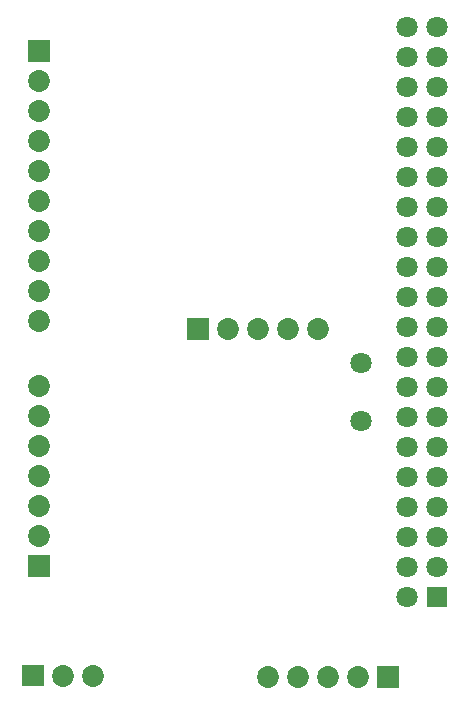
<source format=gbs>
G04 Layer: BottomSolderMaskLayer*
G04 EasyEDA v6.4.20.6, 2021-08-18T22:46:37+02:00*
G04 e60a8e21afaf4db98b740634109285cb,0ed378226b2144edad32923a29bf2ba1,10*
G04 Gerber Generator version 0.2*
G04 Scale: 100 percent, Rotated: No, Reflected: No *
G04 Dimensions in millimeters *
G04 leading zeros omitted , absolute positions ,4 integer and 5 decimal *
%FSLAX45Y45*%
%MOMM*%

%ADD44C,1.8542*%
%ADD55R,1.8032X1.8032*%
%ADD56C,1.8032*%

%LPD*%
G36*
X-2797708Y-1248511D02*
G01*
X-2797708Y-1063091D01*
X-2612288Y-1063091D01*
X-2612288Y-1248511D01*
G37*
D44*
G01*
X-2705100Y-901700D03*
G01*
X-2705100Y-647700D03*
G01*
X-2705100Y-393700D03*
G01*
X-2705100Y-139700D03*
G01*
X-2705100Y114300D03*
G01*
X-2705100Y368300D03*
G36*
X161391Y-2188311D02*
G01*
X161391Y-2002891D01*
X346811Y-2002891D01*
X346811Y-2188311D01*
G37*
G01*
X0Y-2095500D03*
G01*
X-254000Y-2095500D03*
G01*
X-508000Y-2095500D03*
G01*
X-762000Y-2095500D03*
G36*
X-1451508Y761898D02*
G01*
X-1451508Y947318D01*
X-1266088Y947318D01*
X-1266088Y761898D01*
G37*
G01*
X-1104900Y854608D03*
G01*
X-850900Y854608D03*
G01*
X-596900Y854608D03*
G01*
X-342900Y854608D03*
G36*
X-2797708Y3111398D02*
G01*
X-2797708Y3296818D01*
X-2612288Y3296818D01*
X-2612288Y3111398D01*
G37*
G01*
X-2705100Y2950108D03*
G01*
X-2705100Y2696108D03*
G01*
X-2705100Y2442108D03*
G01*
X-2705100Y2188108D03*
G01*
X-2705100Y1934108D03*
G01*
X-2705100Y1680108D03*
G01*
X-2705100Y1426108D03*
G01*
X-2705100Y1172108D03*
G01*
X-2705100Y918108D03*
G36*
X-2848508Y-2175611D02*
G01*
X-2848508Y-1990191D01*
X-2663088Y-1990191D01*
X-2663088Y-2175611D01*
G37*
G01*
X-2501900Y-2082800D03*
G01*
X-2247900Y-2082800D03*
D55*
G01*
X666597Y-1418691D03*
D56*
G01*
X412597Y-1418691D03*
G01*
X666597Y-1164691D03*
G01*
X412597Y-1164691D03*
G01*
X666597Y-910691D03*
G01*
X412597Y-910691D03*
G01*
X666597Y-656691D03*
G01*
X412597Y-656691D03*
G01*
X666597Y-402691D03*
G01*
X412597Y-402691D03*
G01*
X666597Y-148691D03*
G01*
X412597Y-148691D03*
G01*
X666597Y105308D03*
G01*
X412597Y105308D03*
G01*
X666597Y359308D03*
G01*
X412597Y359308D03*
G01*
X666597Y613308D03*
G01*
X412597Y613308D03*
G01*
X666597Y867308D03*
G01*
X412597Y867308D03*
G01*
X666597Y1121308D03*
G01*
X412597Y1121308D03*
G01*
X666597Y1375308D03*
G01*
X412597Y1375308D03*
G01*
X666597Y1629308D03*
G01*
X412597Y1629308D03*
G01*
X666597Y1883308D03*
G01*
X412597Y1883308D03*
G01*
X666597Y2137308D03*
G01*
X412597Y2137308D03*
G01*
X666597Y2391308D03*
G01*
X412597Y2391308D03*
G01*
X666597Y2645308D03*
G01*
X412597Y2645308D03*
G01*
X666597Y2899308D03*
G01*
X412597Y2899308D03*
G01*
X666597Y3153308D03*
G01*
X412597Y3153308D03*
G01*
X666597Y3407308D03*
G01*
X412597Y3407308D03*
G01*
X25400Y72491D03*
G01*
X25400Y562508D03*
M02*

</source>
